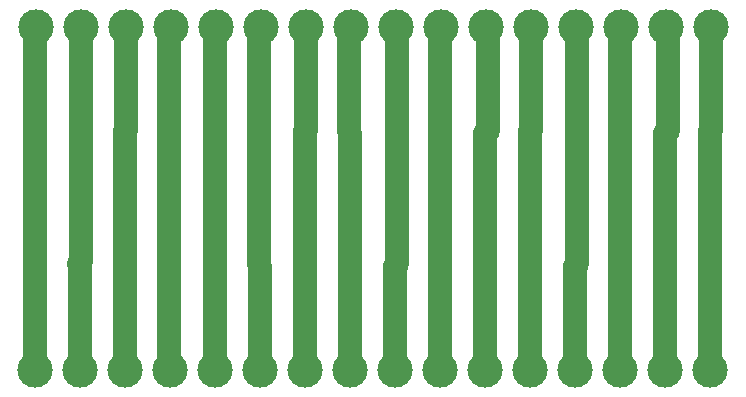
<source format=gbr>
%TF.GenerationSoftware,KiCad,Pcbnew,(5.1.9)-1*%
%TF.CreationDate,2021-10-06T03:15:32+02:00*%
%TF.ProjectId,SolenoidInterconnect,536f6c65-6e6f-4696-9449-6e746572636f,rev?*%
%TF.SameCoordinates,Original*%
%TF.FileFunction,Copper,L1,Top*%
%TF.FilePolarity,Positive*%
%FSLAX46Y46*%
G04 Gerber Fmt 4.6, Leading zero omitted, Abs format (unit mm)*
G04 Created by KiCad (PCBNEW (5.1.9)-1) date 2021-10-06 03:15:32*
%MOMM*%
%LPD*%
G01*
G04 APERTURE LIST*
%TA.AperFunction,ComponentPad*%
%ADD10C,2.000000*%
%TD*%
%TA.AperFunction,ComponentPad*%
%ADD11C,3.000000*%
%TD*%
%TA.AperFunction,Conductor*%
%ADD12C,2.000000*%
%TD*%
G04 APERTURE END LIST*
D10*
%TO.P,J1,1*%
%TO.N,/S1_1*%
X102779000Y-101979001D03*
%TO.P,J1,2*%
%TO.N,/S1_2*%
X106429005Y-101979001D03*
%TD*%
%TO.P,J2,2*%
%TO.N,/S2_2*%
X114061005Y-90709001D03*
%TO.P,J2,1*%
%TO.N,/S2_1*%
X110411000Y-90709001D03*
%TD*%
%TO.P,J3,1*%
%TO.N,/S3_1*%
X118019000Y-101979001D03*
%TO.P,J3,2*%
%TO.N,/S3_2*%
X121669005Y-101979001D03*
%TD*%
%TO.P,J4,2*%
%TO.N,/S4_2*%
X129301005Y-90709001D03*
%TO.P,J4,1*%
%TO.N,/S4_1*%
X125651000Y-90709001D03*
%TD*%
%TO.P,J6,1*%
%TO.N,/S5_1*%
X133418995Y-101979001D03*
%TO.P,J6,2*%
%TO.N,/S5_2*%
X137069000Y-101979001D03*
%TD*%
D11*
%TO.P,J7,1*%
%TO.N,/S1_1*%
X102779000Y-110949000D03*
%TO.P,J7,2*%
%TO.N,/S1_2*%
X106589000Y-110949000D03*
%TO.P,J7,3*%
%TO.N,/S2_1*%
X110399001Y-110949000D03*
%TO.P,J7,4*%
%TO.N,/S2_2*%
X114209001Y-110949000D03*
%TO.P,J7,5*%
%TO.N,/S3_1*%
X118019000Y-110949000D03*
%TO.P,J7,6*%
%TO.N,/S3_2*%
X121829000Y-110949000D03*
%TO.P,J7,7*%
%TO.N,/S4_1*%
X125638999Y-110949000D03*
%TO.P,J7,8*%
%TO.N,/S4_2*%
X129449000Y-110949000D03*
%TO.P,J7,9*%
%TO.N,/S5_1*%
X133258999Y-110949000D03*
%TO.P,J7,10*%
%TO.N,/S5_2*%
X137069000Y-110949000D03*
%TO.P,J7,11*%
%TO.N,/S6_1*%
X140878999Y-110949000D03*
%TO.P,J7,12*%
%TO.N,/S6_2*%
X144689000Y-110949000D03*
%TO.P,J7,13*%
%TO.N,/S7_1*%
X148499000Y-110949000D03*
%TO.P,J7,14*%
%TO.N,/S7_2*%
X152309000Y-110949000D03*
%TO.P,J7,15*%
%TO.N,/S8_1*%
X156119000Y-110949000D03*
%TO.P,J7,16*%
%TO.N,/S8_2*%
X159929000Y-110949000D03*
%TD*%
D10*
%TO.P,J8,2*%
%TO.N,/S6_2*%
X144701000Y-90709001D03*
%TO.P,J8,1*%
%TO.N,/S6_1*%
X141050995Y-90709001D03*
%TD*%
%TO.P,J9,1*%
%TO.N,/S7_1*%
X148658995Y-101979001D03*
%TO.P,J9,2*%
%TO.N,/S7_2*%
X152309000Y-101979001D03*
%TD*%
%TO.P,J10,2*%
%TO.N,/S8_2*%
X159941000Y-90709001D03*
%TO.P,J10,1*%
%TO.N,/S8_1*%
X156290995Y-90709001D03*
%TD*%
D11*
%TO.P,J5,1*%
%TO.N,/S8_2*%
X159941000Y-81921000D03*
%TO.P,J5,2*%
%TO.N,/S8_1*%
X156131000Y-81921000D03*
%TO.P,J5,3*%
%TO.N,/S7_2*%
X152320999Y-81921000D03*
%TO.P,J5,4*%
%TO.N,/S7_1*%
X148510999Y-81921000D03*
%TO.P,J5,5*%
%TO.N,/S6_2*%
X144701000Y-81921000D03*
%TO.P,J5,6*%
%TO.N,/S6_1*%
X140891000Y-81921000D03*
%TO.P,J5,7*%
%TO.N,/S5_2*%
X137081001Y-81921000D03*
%TO.P,J5,8*%
%TO.N,/S5_1*%
X133271000Y-81921000D03*
%TO.P,J5,9*%
%TO.N,/S4_2*%
X129461001Y-81921000D03*
%TO.P,J5,10*%
%TO.N,/S4_1*%
X125651000Y-81921000D03*
%TO.P,J5,11*%
%TO.N,/S3_2*%
X121841001Y-81921000D03*
%TO.P,J5,12*%
%TO.N,/S3_1*%
X118031000Y-81921000D03*
%TO.P,J5,13*%
%TO.N,/S2_2*%
X114221000Y-81921000D03*
%TO.P,J5,14*%
%TO.N,/S2_1*%
X110411000Y-81921000D03*
%TO.P,J5,15*%
%TO.N,/S1_2*%
X106601000Y-81921000D03*
%TO.P,J5,16*%
%TO.N,/S1_1*%
X102791000Y-81921000D03*
%TD*%
D12*
%TO.N,/S1_1*%
X102779000Y-110949000D02*
X102779000Y-101979001D01*
X102779000Y-81933000D02*
X102791000Y-81921000D01*
X102779000Y-101979001D02*
X102779000Y-81933000D01*
%TO.N,/S1_2*%
X106601000Y-101807006D02*
X106429005Y-101979001D01*
X106601000Y-81921000D02*
X106601000Y-101807006D01*
X106589000Y-102138996D02*
X106429005Y-101979001D01*
X106589000Y-110949000D02*
X106589000Y-102138996D01*
%TO.N,/S2_2*%
X114061005Y-82080995D02*
X114221000Y-81921000D01*
X114061005Y-90709001D02*
X114061005Y-82080995D01*
X114061005Y-110801004D02*
X114209001Y-110949000D01*
X114061005Y-90709001D02*
X114061005Y-110801004D01*
%TO.N,/S2_1*%
X110399001Y-90721000D02*
X110411000Y-90709001D01*
X110399001Y-110949000D02*
X110399001Y-90721000D01*
X110411000Y-90709001D02*
X110411000Y-81921000D01*
%TO.N,/S3_1*%
X118019000Y-81933000D02*
X118031000Y-81921000D01*
X118019000Y-101979001D02*
X118019000Y-81933000D01*
X118019000Y-101979001D02*
X118019000Y-110949000D01*
%TO.N,/S3_2*%
X121829000Y-102138996D02*
X121669005Y-101979001D01*
X121829000Y-110949000D02*
X121829000Y-102138996D01*
X121669005Y-82092996D02*
X121841001Y-81921000D01*
X121669005Y-101979001D02*
X121669005Y-82092996D01*
%TO.N,/S4_2*%
X129449000Y-90856996D02*
X129301005Y-90709001D01*
X129449000Y-110949000D02*
X129449000Y-90856996D01*
X129301005Y-82080996D02*
X129461001Y-81921000D01*
X129301005Y-90709001D02*
X129301005Y-82080996D01*
%TO.N,/S4_1*%
X125651000Y-90709001D02*
X125651000Y-81921000D01*
X125638999Y-90721002D02*
X125651000Y-90709001D01*
X125638999Y-110949000D02*
X125638999Y-90721002D01*
%TO.N,/S5_2*%
X137069000Y-110949000D02*
X137069000Y-101979001D01*
X137069000Y-81933001D02*
X137081001Y-81921000D01*
X137069000Y-101979001D02*
X137069000Y-81933001D01*
%TO.N,/S5_1*%
X133258999Y-102138997D02*
X133418995Y-101979001D01*
X133258999Y-110949000D02*
X133258999Y-102138997D01*
X133418995Y-82068995D02*
X133271000Y-81921000D01*
X133418995Y-101979001D02*
X133418995Y-82068995D01*
%TO.N,/S6_2*%
X144689000Y-90721001D02*
X144701000Y-90709001D01*
X144689000Y-110949000D02*
X144689000Y-90721001D01*
X144701000Y-90709001D02*
X144701000Y-81921000D01*
%TO.N,/S6_1*%
X140878999Y-90880997D02*
X141050995Y-90709001D01*
X140878999Y-110949000D02*
X140878999Y-90880997D01*
X141050995Y-82080995D02*
X140891000Y-81921000D01*
X141050995Y-90709001D02*
X141050995Y-82080995D01*
%TO.N,/S7_2*%
X152309000Y-110949000D02*
X152309000Y-101979001D01*
X152309000Y-81932999D02*
X152320999Y-81921000D01*
X152309000Y-101979001D02*
X152309000Y-81932999D01*
%TO.N,/S7_1*%
X148499000Y-102138996D02*
X148658995Y-101979001D01*
X148499000Y-110949000D02*
X148499000Y-102138996D01*
X148658995Y-82068996D02*
X148510999Y-81921000D01*
X148658995Y-101979001D02*
X148658995Y-82068996D01*
%TO.N,/S8_2*%
X159929000Y-90721001D02*
X159941000Y-90709001D01*
X159929000Y-110949000D02*
X159929000Y-90721001D01*
X159941000Y-81921000D02*
X159941000Y-90709001D01*
%TO.N,/S8_1*%
X156119000Y-90880996D02*
X156290995Y-90709001D01*
X156119000Y-110949000D02*
X156119000Y-90880996D01*
X156290995Y-82080995D02*
X156131000Y-81921000D01*
X156290995Y-90709001D02*
X156290995Y-82080995D01*
%TD*%
M02*

</source>
